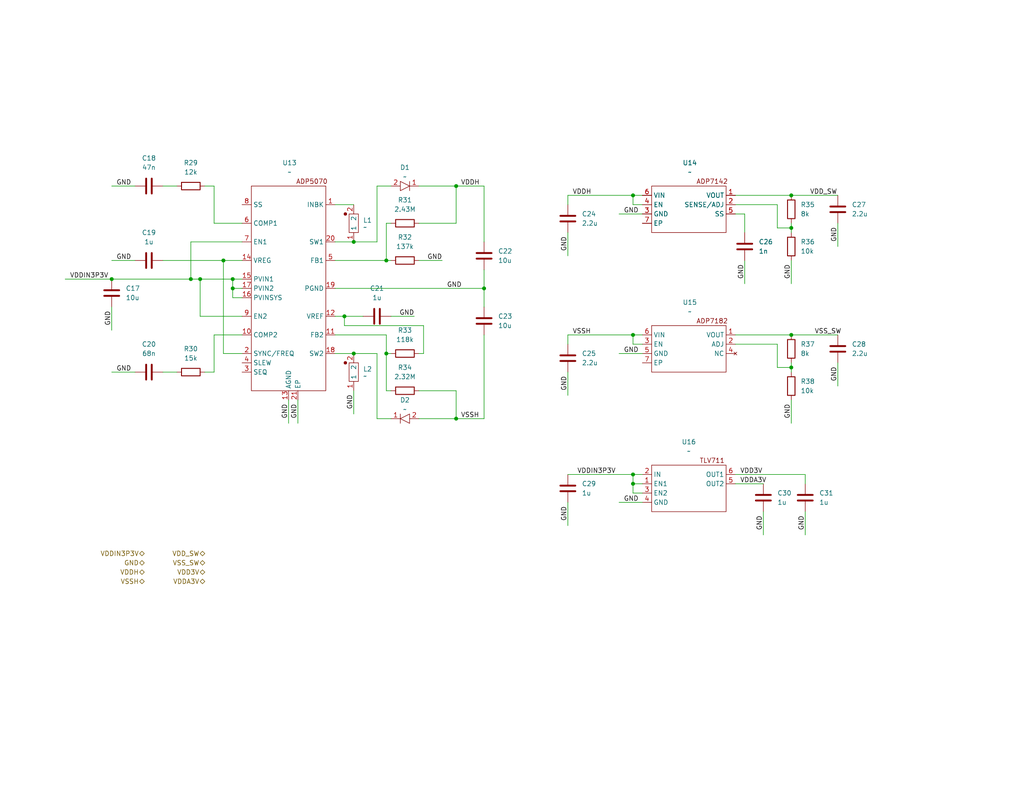
<source format=kicad_sch>
(kicad_sch (version 20231120) (generator "eeschema") (generator_version "8.0")
  (paper "USLetter")
  (title_block (title "wari_v1") (date "2024-04-12") (rev "1") (company "OpenIC LLC"))
  (lib_symbols
    (symbol "Device:C" (pin_numbers hide) (pin_names (offset 0.254))
      (property "Reference" "C" (at 0.635 2.54 0))
      (property "Value" "C" (at 0.635 -2.54 0))
      (symbol "C_0_1"
        (polyline (pts (xy -2.032 -0.762) (xy 2.032 -0.762)) (stroke (width 0.508)))
        (polyline (pts (xy -2.032 0.762) (xy 2.032 0.762)) (stroke (width 0.508)))
      )
      (symbol "C_1_1"
        (pin passive line (at 0 3.81 270) (length 2.794) (name "~") (number "1"))
        (pin passive line (at 0 -3.81 90) (length 2.794) (name "~") (number "2"))
      )
    )
    (symbol "Device:R" (pin_numbers hide) (pin_names (offset 0))
      (property "Reference" "R" (at 2.032 0 90))
      (property "Value" "R" (at 0 0 90))
      (symbol "R_0_1"
        (rectangle (start -1.016 -2.54) (end 1.016 2.54) (stroke (width 0.254)))
      )
      (symbol "R_1_1"
        (pin passive line (at 0 3.81 270) (length 1.27) (name "~") (number "1"))
        (pin passive line (at 0 -3.81 90) (length 1.27) (name "~") (number "2"))
      )
    )
    (symbol "openic:ADP5070"
      (property "Reference" "U" (at -8.89 29.21 0))
      (symbol "ADP5070_0_1"
        (rectangle (start -10.16 27.94) (end 10.16 -27.94))
      )
      (symbol "ADP5070_1_1"
        (text "ADP5070" (at 6.35 29.21 0) (effects (font (size 1.27 1.27))))
        (pin bidirectional line (at 12.7 22.86 180) (length 2.54) (name "INBK") (number "1"))
        (pin bidirectional line (at -12.7 -12.7 0) (length 2.54) (name "COMP2") (number "10"))
        (pin bidirectional line (at 12.7 -12.7 180) (length 2.54) (name "FB2") (number "11"))
        (pin bidirectional line (at 12.7 -7.62 180) (length 2.54) (name "VREF") (number "12"))
        (pin power_in line (at 0 -30.48 90) (length 2.54) (name "AGND") (number "13"))
        (pin bidirectional line (at -12.7 7.62 0) (length 2.54) (name "VREG") (number "14"))
        (pin power_in line (at -12.7 2.54 0) (length 2.54) (name "PVIN1") (number "15"))
        (pin power_in line (at -12.7 -2.54 0) (length 2.54) (name "PVINSYS") (number "16"))
        (pin power_in line (at -12.7 0 0) (length 2.54) (name "PVIN2") (number "17"))
        (pin power_out line (at 12.7 -17.78 180) (length 2.54) (name "SW2") (number "18"))
        (pin power_in line (at 12.7 0 180) (length 2.54) (name "PGND") (number "19"))
        (pin input line (at -12.7 -17.78 0) (length 2.54) (name "SYNC/FREQ") (number "2"))
        (pin power_out line (at 12.7 12.7 180) (length 2.54) (name "SW1") (number "20"))
        (pin power_in line (at 2.54 -30.48 90) (length 2.54) (name "EP") (number "21"))
        (pin input line (at -12.7 -22.86 0) (length 2.54) (name "SEQ") (number "3"))
        (pin input line (at -12.7 -20.32 0) (length 2.54) (name "SLEW") (number "4"))
        (pin bidirectional line (at 12.7 7.62 180) (length 2.54) (name "FB1") (number "5"))
        (pin bidirectional line (at -12.7 17.78 0) (length 2.54) (name "COMP1") (number "6"))
        (pin input line (at -12.7 12.7 0) (length 2.54) (name "EN1") (number "7"))
        (pin input line (at -12.7 22.86 0) (length 2.54) (name "SS") (number "8"))
        (pin input line (at -12.7 -7.62 0) (length 2.54) (name "EN2") (number "9"))
      )
    )
    (symbol "openic:ADP7142"
      (property "Reference" "U" (at -8.89 6.35 0))
      (symbol "ADP7142_0_1"
        (rectangle (start -10.16 5.08) (end 10.16 -7.62))
      )
      (symbol "ADP7142_1_1"
        (text "ADP7142" (at 6.35 6.35 0) (effects (font (size 1.27 1.27))))
        (pin power_out line (at 12.7 2.54 180) (length 2.54) (name "VOUT") (number "1"))
        (pin bidirectional line (at 12.7 0 180) (length 2.54) (name "SENSE/ADJ") (number "2"))
        (pin power_in line (at -12.7 -2.54 0) (length 2.54) (name "GND") (number "3"))
        (pin input line (at -12.7 0 0) (length 2.54) (name "EN") (number "4"))
        (pin bidirectional line (at 12.7 -2.54 180) (length 2.54) (name "SS") (number "5"))
        (pin power_in line (at -12.7 2.54 0) (length 2.54) (name "VIN") (number "6"))
        (pin power_in line (at -12.7 -5.08 0) (length 2.54) (name "EP") (number "7"))
      )
    )
    (symbol "openic:ADP7182"
      (property "Reference" "U" (at -8.89 6.35 0))
      (symbol "ADP7182_0_1"
        (rectangle (start -10.16 5.08) (end 10.16 -7.62))
      )
      (symbol "ADP7182_1_1"
        (text "ADP7182" (at 6.35 6.35 0) (effects (font (size 1.27 1.27))))
        (pin power_out line (at 12.7 2.54 180) (length 2.54) (name "VOUT") (number "1"))
        (pin bidirectional line (at 12.7 0 180) (length 2.54) (name "ADJ") (number "2"))
        (pin input line (at -12.7 0 0) (length 2.54) (name "EN") (number "3"))
        (pin no_connect line (at 12.7 -2.54 180) (length 2.54) (name "NC") (number "4"))
        (pin power_in line (at -12.7 -2.54 0) (length 2.54) (name "GND") (number "5"))
        (pin power_in line (at -12.7 2.54 0) (length 2.54) (name "VIN") (number "6"))
        (pin power_in line (at -12.7 -5.08 0) (length 2.54) (name "EP") (number "7"))
      )
    )
    (symbol "openic:DIODE-SDM05U20CSP"
      (property "Reference" "D" (at 0 2.54 0))
      (symbol "DIODE-SDM05U20CSP_0_1"
        (polyline (pts (xy 1.27 1.27) (xy 1.27 -1.27)))
        (polyline (pts (xy -1.27 1.27) (xy -1.27 -1.27) (xy 1.27 0) (xy -1.27 1.27)))
      )
      (symbol "DIODE-SDM05U20CSP_1_1"
        (pin passive line (at 3.81 0 180) (length 2.54) (name "") (number "1"))
        (pin passive line (at -3.81 0 0) (length 2.54) (name "") (number "2"))
      )
    )
    (symbol "openic:IND-XFL2006"
      (property "Reference" "L" (at -1.27 2.54 0))
      (symbol "IND-XFL2006_0_1"
        (rectangle (start -2.54 1.27) (end 2.54 -1.27))
        (circle (center 2.54 2.286) (radius 0.381) (fill (type color) (color 132 0 0 1)))
      )
      (symbol "IND-XFL2006_1_1"
        (pin passive line (at -5.08 0 0) (length 2.54) (name "1") (number "1"))
        (pin passive line (at 5.08 0 180) (length 2.54) (name "2") (number "2"))
      )
    )
    (symbol "openic:TLV711"
      (property "Reference" "U" (at -8.89 6.35 0))
      (symbol "TLV711_0_1"
        (rectangle (start -10.16 5.08) (end 10.16 -7.62))
      )
      (symbol "TLV711_1_1"
        (text "TLV711" (at 6.35 6.35 0) (effects (font (size 1.27 1.27))))
        (pin input line (at -12.7 0 0) (length 2.54) (name "EN1") (number "1"))
        (pin power_in line (at -12.7 2.54 0) (length 2.54) (name "IN") (number "2"))
        (pin input line (at -12.7 -2.54 0) (length 2.54) (name "EN2") (number "3"))
        (pin power_in line (at -12.7 -5.08 0) (length 2.54) (name "GND") (number "4"))
        (pin power_out line (at 12.7 0 180) (length 2.54) (name "OUT2") (number "5"))
        (pin power_out line (at 12.7 2.54 180) (length 2.54) (name "OUT1") (number "6"))
      )
    )
  )
  (junction (at 172.72 129.54))
  (junction (at 96.52 66.04))
  (junction (at 215.9 100.33))
  (junction (at 172.72 53.34))
  (junction (at 215.9 62.23))
  (junction (at 63.5 76.2))
  (junction (at 30.48 76.2))
  (junction (at 215.9 53.34))
  (junction (at 93.98 86.36))
  (junction (at 52.07 76.2))
  (junction (at 172.72 132.08))
  (junction (at 60.96 71.12))
  (junction (at 215.9 91.44))
  (junction (at 63.5 78.74))
  (junction (at 124.46 50.8))
  (junction (at 54.61 76.2))
  (junction (at 105.41 96.52))
  (junction (at 96.52 96.52))
  (junction (at 124.46 114.3))
  (junction (at 105.41 71.12))
  (junction (at 132.08 78.74))
  (junction (at 172.72 91.44))
  (wire (pts (xy 172.72 93.98) (xy 172.72 91.44)))
  (wire (pts (xy 96.52 66.04) (xy 102.87 66.04)))
  (wire (pts (xy 81.28 109.22) (xy 81.28 115.57)))
  (wire (pts (xy 175.26 93.98) (xy 172.72 93.98)))
  (wire (pts (xy 58.42 60.96) (xy 58.42 50.8)))
  (wire (pts (xy 54.61 76.2) (xy 63.5 76.2)))
  (wire (pts (xy 215.9 100.33) (xy 215.9 101.6)))
  (wire (pts (xy 63.5 81.28) (xy 63.5 78.74)))
  (wire (pts (xy 115.57 96.52) (xy 115.57 88.9)))
  (wire (pts (xy 154.94 129.54) (xy 172.72 129.54)))
  (wire (pts (xy 114.3 71.12) (xy 120.65 71.12)))
  (wire (pts (xy 132.08 50.8) (xy 132.08 66.04)))
  (wire (pts (xy 124.46 106.68) (xy 124.46 114.3)))
  (wire (pts (xy 44.45 101.6) (xy 48.26 101.6)))
  (wire (pts (xy 91.44 66.04) (xy 96.52 66.04)))
  (wire (pts (xy 93.98 88.9) (xy 93.98 86.36)))
  (wire (pts (xy 124.46 114.3) (xy 132.08 114.3)))
  (wire (pts (xy 175.26 132.08) (xy 172.72 132.08)))
  (wire (pts (xy 200.66 53.34) (xy 215.9 53.34)))
  (wire (pts (xy 58.42 91.44) (xy 66.04 91.44)))
  (wire (pts (xy 215.9 53.34) (xy 228.6 53.34)))
  (wire (pts (xy 212.09 62.23) (xy 215.9 62.23)))
  (wire (pts (xy 154.94 53.34) (xy 154.94 55.88)))
  (wire (pts (xy 115.57 88.9) (xy 93.98 88.9)))
  (wire (pts (xy 132.08 114.3) (xy 132.08 91.44)))
  (wire (pts (xy 63.5 78.74) (xy 63.5 76.2)))
  (wire (pts (xy 63.5 76.2) (xy 66.04 76.2)))
  (wire (pts (xy 172.72 134.62) (xy 172.72 132.08)))
  (wire (pts (xy 200.66 55.88) (xy 212.09 55.88)))
  (wire (pts (xy 219.71 139.7) (xy 219.71 146.05)))
  (wire (pts (xy 212.09 55.88) (xy 212.09 62.23)))
  (wire (pts (xy 105.41 96.52) (xy 106.68 96.52)))
  (wire (pts (xy 175.26 134.62) (xy 172.72 134.62)))
  (wire (pts (xy 175.26 58.42) (xy 168.91 58.42)))
  (wire (pts (xy 36.83 50.8) (xy 30.48 50.8)))
  (wire (pts (xy 52.07 66.04) (xy 52.07 76.2)))
  (wire (pts (xy 66.04 81.28) (xy 63.5 81.28)))
  (wire (pts (xy 30.48 83.82) (xy 30.48 90.17)))
  (wire (pts (xy 44.45 50.8) (xy 48.26 50.8)))
  (wire (pts (xy 154.94 91.44) (xy 154.94 93.98)))
  (wire (pts (xy 212.09 93.98) (xy 212.09 100.33)))
  (wire (pts (xy 203.2 63.5) (xy 203.2 58.42)))
  (wire (pts (xy 52.07 76.2) (xy 54.61 76.2)))
  (wire (pts (xy 106.68 86.36) (xy 113.03 86.36)))
  (wire (pts (xy 172.72 55.88) (xy 172.72 53.34)))
  (wire (pts (xy 96.52 96.52) (xy 102.87 96.52)))
  (wire (pts (xy 102.87 50.8) (xy 106.68 50.8)))
  (wire (pts (xy 200.66 129.54) (xy 219.71 129.54)))
  (wire (pts (xy 66.04 60.96) (xy 58.42 60.96)))
  (wire (pts (xy 105.41 60.96) (xy 105.41 71.12)))
  (wire (pts (xy 114.3 114.3) (xy 124.46 114.3)))
  (wire (pts (xy 203.2 71.12) (xy 203.2 77.47)))
  (wire (pts (xy 78.74 109.22) (xy 78.74 115.57)))
  (wire (pts (xy 215.9 60.96) (xy 215.9 62.23)))
  (wire (pts (xy 200.66 132.08) (xy 208.28 132.08)))
  (wire (pts (xy 105.41 96.52) (xy 105.41 106.68)))
  (wire (pts (xy 91.44 55.88) (xy 96.52 55.88)))
  (wire (pts (xy 91.44 71.12) (xy 105.41 71.12)))
  (wire (pts (xy 172.72 132.08) (xy 172.72 129.54)))
  (wire (pts (xy 105.41 71.12) (xy 106.68 71.12)))
  (wire (pts (xy 58.42 101.6) (xy 55.88 101.6)))
  (wire (pts (xy 114.3 60.96) (xy 124.46 60.96)))
  (wire (pts (xy 132.08 78.74) (xy 132.08 83.82)))
  (wire (pts (xy 36.83 71.12) (xy 30.48 71.12)))
  (wire (pts (xy 124.46 60.96) (xy 124.46 50.8)))
  (wire (pts (xy 36.83 101.6) (xy 30.48 101.6)))
  (wire (pts (xy 91.44 96.52) (xy 96.52 96.52)))
  (wire (pts (xy 154.94 101.6) (xy 154.94 107.95)))
  (wire (pts (xy 44.45 71.12) (xy 60.96 71.12)))
  (wire (pts (xy 154.94 63.5) (xy 154.94 69.85)))
  (wire (pts (xy 66.04 96.52) (xy 60.96 96.52)))
  (wire (pts (xy 200.66 91.44) (xy 215.9 91.44)))
  (wire (pts (xy 114.3 50.8) (xy 124.46 50.8)))
  (wire (pts (xy 175.26 137.16) (xy 168.91 137.16)))
  (wire (pts (xy 91.44 78.74) (xy 132.08 78.74)))
  (wire (pts (xy 66.04 66.04) (xy 52.07 66.04)))
  (wire (pts (xy 66.04 86.36) (xy 54.61 86.36)))
  (wire (pts (xy 215.9 99.06) (xy 215.9 100.33)))
  (wire (pts (xy 60.96 71.12) (xy 66.04 71.12)))
  (wire (pts (xy 106.68 60.96) (xy 105.41 60.96)))
  (wire (pts (xy 93.98 86.36) (xy 99.06 86.36)))
  (wire (pts (xy 172.72 53.34) (xy 175.26 53.34)))
  (wire (pts (xy 219.71 129.54) (xy 219.71 132.08)))
  (wire (pts (xy 58.42 50.8) (xy 55.88 50.8)))
  (wire (pts (xy 172.72 91.44) (xy 175.26 91.44)))
  (wire (pts (xy 228.6 99.06) (xy 228.6 105.41)))
  (wire (pts (xy 102.87 66.04) (xy 102.87 50.8)))
  (wire (pts (xy 172.72 129.54) (xy 175.26 129.54)))
  (wire (pts (xy 175.26 55.88) (xy 172.72 55.88)))
  (wire (pts (xy 114.3 96.52) (xy 115.57 96.52)))
  (wire (pts (xy 154.94 53.34) (xy 172.72 53.34)))
  (wire (pts (xy 154.94 137.16) (xy 154.94 143.51)))
  (wire (pts (xy 124.46 50.8) (xy 132.08 50.8)))
  (wire (pts (xy 215.9 91.44) (xy 228.6 91.44)))
  (wire (pts (xy 175.26 96.52) (xy 168.91 96.52)))
  (wire (pts (xy 215.9 62.23) (xy 215.9 63.5)))
  (wire (pts (xy 60.96 96.52) (xy 60.96 71.12)))
  (wire (pts (xy 203.2 58.42) (xy 200.66 58.42)))
  (wire (pts (xy 154.94 91.44) (xy 172.72 91.44)))
  (wire (pts (xy 91.44 86.36) (xy 93.98 86.36)))
  (wire (pts (xy 114.3 106.68) (xy 124.46 106.68)))
  (wire (pts (xy 106.68 106.68) (xy 105.41 106.68)))
  (wire (pts (xy 132.08 73.66) (xy 132.08 78.74)))
  (wire (pts (xy 54.61 86.36) (xy 54.61 76.2)))
  (wire (pts (xy 30.48 76.2) (xy 52.07 76.2)))
  (wire (pts (xy 96.52 106.68) (xy 96.52 113.03)))
  (wire (pts (xy 102.87 114.3) (xy 102.87 96.52)))
  (wire (pts (xy 91.44 91.44) (xy 105.41 91.44)))
  (wire (pts (xy 215.9 109.22) (xy 215.9 115.57)))
  (wire (pts (xy 58.42 101.6) (xy 58.42 91.44)))
  (wire (pts (xy 102.87 114.3) (xy 106.68 114.3)))
  (wire (pts (xy 66.04 78.74) (xy 63.5 78.74)))
  (wire (pts (xy 215.9 71.12) (xy 215.9 77.47)))
  (wire (pts (xy 212.09 100.33) (xy 215.9 100.33)))
  (wire (pts (xy 17.78 76.2) (xy 30.48 76.2)))
  (wire (pts (xy 105.41 91.44) (xy 105.41 96.52)))
  (wire (pts (xy 208.28 139.7) (xy 208.28 146.05)))
  (wire (pts (xy 200.66 93.98) (xy 212.09 93.98)))
  (wire (pts (xy 228.6 60.96) (xy 228.6 67.31)))
  (label "GND" (at 203.2 76.2 90))
  (label "VDD3V" (at 201.93 129.54 0))
  (label "VSSH" (at 156.21 91.44 0))
  (label "GND" (at 154.94 68.58 90))
  (label "GND" (at 215.9 76.2 90))
  (label "GND" (at 31.75 50.8 0))
  (label "GND" (at 30.48 88.9 90))
  (label "VSS_SW" (at 222.25 91.44 0))
  (label "VDDH" (at 125.73 50.8 0))
  (label "GND" (at 96.52 111.76 90))
  (label "VDD_SW" (at 220.98 53.34 0))
  (label "VDDH" (at 156.21 53.34 0))
  (label "GND" (at 154.94 106.68 90))
  (label "GND" (at 121.92 78.74 0))
  (label "VDDIN3P3V" (at 19.05 76.2 0))
  (label "GND" (at 120.65 71.12 180))
  (label "GND" (at 215.9 114.3 90))
  (label "GND" (at 228.6 104.14 90))
  (label "VDDA3V" (at 201.93 132.08 0))
  (label "VSSH" (at 125.73 114.3 0))
  (label "GND" (at 31.75 101.6 0))
  (label "GND" (at 170.18 58.42 0))
  (label "GND" (at 31.75 71.12 0))
  (label "GND" (at 228.6 66.04 90))
  (label "GND" (at 208.28 144.78 90))
  (label "GND" (at 81.28 114.3 90))
  (label "GND" (at 170.18 137.16 0))
  (label "GND" (at 78.74 114.3 90))
  (label "GND" (at 154.94 142.24 90))
  (label "GND" (at 170.18 96.52 0))
  (label "VDDIN3P3V" (at 157.48 129.54 0))
  (label "GND" (at 219.71 144.78 90))
  (label "GND" (at 113.03 86.36 180))
  (hierarchical_label "VSS_SW" (shape bidirectional) (at 55.88 153.67 180))
  (hierarchical_label "VSSH" (shape bidirectional) (at 39.37 158.75 180))
  (hierarchical_label "VDDA3V" (shape bidirectional) (at 55.88 158.75 180))
  (hierarchical_label "GND" (shape bidirectional) (at 39.37 153.67 180))
  (hierarchical_label "VDDIN3P3V" (shape bidirectional) (at 39.37 151.13 180))
  (hierarchical_label "VDD3V" (shape bidirectional) (at 55.88 156.21 180))
  (hierarchical_label "VDDH" (shape bidirectional) (at 39.37 156.21 180))
  (hierarchical_label "VDD_SW" (shape bidirectional) (at 55.88 151.13 180))
  (symbol (lib_id "Device:R") (at 215.9 67.31 0) (unit 1)
    (property "Reference" "R36" (at 218.44 66.0399 0) (effects (justify left)))
    (property "Value" "10k" (at 218.44 68.5799 0) (effects (justify left)))
    (property "Footprint" "Resistor_SMD:R_0201_0603Metric" (effects (hide yes)))
    (property "Description" "Resistor" (effects (hide yes)))
  )
  (symbol (lib_id "openic:TLV711") (at 187.96 132.08 0) (unit 1)
    (property "Reference" "U16" (at 187.96 120.65 0))
    (property "Value" "~" (at 187.96 123.19 0))
    (property "Footprint" "openic:WSON-6_1.5mmx1.5mm_P0.5mm" (effects (hide yes)))
    (property "Description" "Dual, 200mA, Low-IQ Low-Dropout Regulator for Portable Devices" (effects (hide yes)))
  )
  (symbol (lib_id "Device:R") (at 215.9 57.15 0) (unit 1)
    (property "Reference" "R35" (at 218.44 55.8799 0) (effects (justify left)))
    (property "Value" "8k" (at 218.44 58.4199 0) (effects (justify left)))
    (property "Footprint" "Resistor_SMD:R_0201_0603Metric" (effects (hide yes)))
    (property "Description" "Resistor" (effects (hide yes)))
  )
  (symbol (lib_id "Device:C") (at 132.08 87.63 0) (unit 1)
    (property "Reference" "C23" (at 135.89 86.3599 0) (effects (justify left)))
    (property "Value" "10u" (at 135.89 88.8999 0) (effects (justify left)))
    (property "Footprint" "Capacitor_SMD:C_0603_1608Metric" (effects (hide yes)))
    (property "Description" "Unpolarized capacitor" (effects (hide yes)))
  )
  (symbol (lib_id "openic:DIODE-SDM05U20CSP") (at 110.49 114.3 180) (unit 1)
    (property "Reference" "D2" (at 110.49 109.22 0))
    (property "Value" "~" (at 110.49 111.76 0))
    (property "Footprint" "openic:X3-WLB1006-2" (effects (hide yes)))
  )
  (symbol (lib_id "openic:IND-XFL2006") (at 96.52 101.6 90) (unit 1)
    (property "Reference" "L2" (at 99.06 100.7744 90) (effects (justify right)))
    (property "Value" "~" (at 99.06 102.6795 90) (effects (justify right)))
    (property "Footprint" "openic:SMD-0808" (effects (hide yes)))
  )
  (symbol (lib_id "Device:C") (at 30.48 80.01 0) (unit 1)
    (property "Reference" "C17" (at 34.29 78.7399 0) (effects (justify left)))
    (property "Value" "10u" (at 34.29 81.2799 0) (effects (justify left)))
    (property "Footprint" "Capacitor_SMD:C_0603_1608Metric" (effects (hide yes)))
    (property "Description" "Unpolarized capacitor" (effects (hide yes)))
  )
  (symbol (lib_id "Device:R") (at 52.07 50.8 90) (unit 1)
    (property "Reference" "R29" (at 52.07 44.45 90))
    (property "Value" "12k" (at 52.07 46.99 90))
    (property "Footprint" "Resistor_SMD:R_0201_0603Metric" (effects (hide yes)))
    (property "Description" "Resistor" (effects (hide yes)))
  )
  (symbol (lib_id "Device:C") (at 40.64 101.6 90) (unit 1)
    (property "Reference" "C20" (at 40.64 93.98 90))
    (property "Value" "68n" (at 40.64 96.52 90))
    (property "Footprint" "Capacitor_SMD:C_0201_0603Metric" (effects (hide yes)))
    (property "Description" "Unpolarized capacitor" (effects (hide yes)))
  )
  (symbol (lib_id "Device:R") (at 110.49 60.96 90) (unit 1)
    (property "Reference" "R31" (at 110.49 54.61 90))
    (property "Value" "2.43M" (at 110.49 57.15 90))
    (property "Footprint" "Resistor_SMD:R_0201_0603Metric" (effects (hide yes)))
    (property "Description" "Resistor" (effects (hide yes)))
  )
  (symbol (lib_id "Device:R") (at 52.07 101.6 90) (unit 1)
    (property "Reference" "R30" (at 52.07 95.25 90))
    (property "Value" "15k" (at 52.07 97.79 90))
    (property "Footprint" "Resistor_SMD:R_0201_0603Metric" (effects (hide yes)))
    (property "Description" "Resistor" (effects (hide yes)))
  )
  (symbol (lib_id "openic:ADP7182") (at 187.96 93.98 0) (unit 1)
    (property "Reference" "U15" (at 188.2272 82.55 0))
    (property "Value" "~" (at 188.2272 85.09 0))
    (property "Footprint" "openic:LFCSP-6-1EP_2mmx2mm_P0.65mm_EP1.6mmx1mm" (effects (hide yes)))
    (property "Description" "–28 V, −200 mA, Low Noise, Linear Regulator" (effects (hide yes)))
  )
  (symbol (lib_id "Device:C") (at 154.94 97.79 0) (unit 1)
    (property "Reference" "C25" (at 158.75 96.5199 0) (effects (justify left)))
    (property "Value" "2.2u" (at 158.75 99.0599 0) (effects (justify left)))
    (property "Footprint" "Capacitor_SMD:C_0201_0603Metric" (effects (hide yes)))
    (property "Description" "Unpolarized capacitor" (effects (hide yes)))
  )
  (symbol (lib_id "Device:C") (at 228.6 57.15 0) (unit 1)
    (property "Reference" "C27" (at 232.41 55.8799 0) (effects (justify left)))
    (property "Value" "2.2u" (at 232.41 58.4199 0) (effects (justify left)))
    (property "Footprint" "Capacitor_SMD:C_0201_0603Metric" (effects (hide yes)))
    (property "Description" "Unpolarized capacitor" (effects (hide yes)))
  )
  (symbol (lib_id "Device:C") (at 208.28 135.89 0) (unit 1)
    (property "Reference" "C30" (at 212.09 134.6199 0) (effects (justify left)))
    (property "Value" "1u" (at 212.09 137.1599 0) (effects (justify left)))
    (property "Footprint" "Capacitor_SMD:C_0201_0603Metric" (effects (hide yes)))
    (property "Description" "Unpolarized capacitor" (effects (hide yes)))
  )
  (symbol (lib_id "Device:C") (at 154.94 59.69 0) (unit 1)
    (property "Reference" "C24" (at 158.75 58.4199 0) (effects (justify left)))
    (property "Value" "2.2u" (at 158.75 60.9599 0) (effects (justify left)))
    (property "Footprint" "Capacitor_SMD:C_0201_0603Metric" (effects (hide yes)))
    (property "Description" "Unpolarized capacitor" (effects (hide yes)))
  )
  (symbol (lib_id "Device:C") (at 40.64 50.8 90) (unit 1)
    (property "Reference" "C18" (at 40.64 43.18 90))
    (property "Value" "47n" (at 40.64 45.72 90))
    (property "Footprint" "Capacitor_SMD:C_0201_0603Metric" (effects (hide yes)))
    (property "Description" "Unpolarized capacitor" (effects (hide yes)))
  )
  (symbol (lib_id "Device:C") (at 228.6 95.25 0) (unit 1)
    (property "Reference" "C28" (at 232.41 93.9799 0) (effects (justify left)))
    (property "Value" "2.2u" (at 232.41 96.5199 0) (effects (justify left)))
    (property "Footprint" "Capacitor_SMD:C_0201_0603Metric" (effects (hide yes)))
    (property "Description" "Unpolarized capacitor" (effects (hide yes)))
  )
  (symbol (lib_id "openic:IND-XFL2006") (at 96.52 60.96 90) (unit 1)
    (property "Reference" "L1" (at 99.06 60.1344 90) (effects (justify right)))
    (property "Value" "~" (at 99.06 62.0395 90) (effects (justify right)))
    (property "Footprint" "openic:SMD-0808" (effects (hide yes)))
  )
  (symbol (lib_id "openic:ADP7142") (at 187.96 55.88 0) (unit 1)
    (property "Reference" "U14" (at 188.2272 44.45 0))
    (property "Value" "~" (at 188.2272 46.99 0))
    (property "Footprint" "openic:LFCSP-6-1EP_2mmx2mm_P0.65mm_EP1.6mmx1mm" (effects (hide yes)))
    (property "Description" "40 V, 200 mA, Low Noise, CMOS LDO Linear Regulator" (effects (hide yes)))
  )
  (symbol (lib_id "Device:R") (at 110.49 96.52 270) (unit 1)
    (property "Reference" "R33" (at 110.49 90.17 90))
    (property "Value" "118k" (at 110.49 92.71 90))
    (property "Footprint" "Resistor_SMD:R_0201_0603Metric" (effects (hide yes)))
    (property "Description" "Resistor" (effects (hide yes)))
  )
  (symbol (lib_id "Device:C") (at 102.87 86.36 90) (unit 1)
    (property "Reference" "C21" (at 102.87 78.74 90))
    (property "Value" "1u" (at 102.87 81.28 90))
    (property "Footprint" "Capacitor_SMD:C_0201_0603Metric" (effects (hide yes)))
    (property "Description" "Unpolarized capacitor" (effects (hide yes)))
  )
  (symbol (lib_id "Device:R") (at 215.9 105.41 0) (unit 1)
    (property "Reference" "R38" (at 218.44 104.1399 0) (effects (justify left)))
    (property "Value" "10k" (at 218.44 106.6799 0) (effects (justify left)))
    (property "Footprint" "Resistor_SMD:R_0201_0603Metric" (effects (hide yes)))
    (property "Description" "Resistor" (effects (hide yes)))
  )
  (symbol (lib_id "Device:R") (at 110.49 71.12 90) (unit 1)
    (property "Reference" "R32" (at 110.49 64.77 90))
    (property "Value" "137k" (at 110.49 67.31 90))
    (property "Footprint" "Resistor_SMD:R_0201_0603Metric" (effects (hide yes)))
    (property "Description" "Resistor" (effects (hide yes)))
  )
  (symbol (lib_id "Device:C") (at 132.08 69.85 0) (unit 1)
    (property "Reference" "C22" (at 135.89 68.5799 0) (effects (justify left)))
    (property "Value" "10u" (at 135.89 71.1199 0) (effects (justify left)))
    (property "Footprint" "Capacitor_SMD:C_0603_1608Metric" (effects (hide yes)))
    (property "Description" "Unpolarized capacitor" (effects (hide yes)))
  )
  (symbol (lib_id "Device:C") (at 154.94 133.35 0) (unit 1)
    (property "Reference" "C29" (at 158.75 132.0799 0) (effects (justify left)))
    (property "Value" "1u" (at 158.75 134.6199 0) (effects (justify left)))
    (property "Footprint" "Capacitor_SMD:C_0201_0603Metric" (effects (hide yes)))
    (property "Description" "Unpolarized capacitor" (effects (hide yes)))
  )
  (symbol (lib_id "Device:R") (at 215.9 95.25 0) (unit 1)
    (property "Reference" "R37" (at 218.44 93.9799 0) (effects (justify left)))
    (property "Value" "8k" (at 218.44 96.5199 0) (effects (justify left)))
    (property "Footprint" "Resistor_SMD:R_0201_0603Metric" (effects (hide yes)))
    (property "Description" "Resistor" (effects (hide yes)))
  )
  (symbol (lib_id "Device:C") (at 219.71 135.89 0) (unit 1)
    (property "Reference" "C31" (at 223.52 134.6199 0) (effects (justify left)))
    (property "Value" "1u" (at 223.52 137.1599 0) (effects (justify left)))
    (property "Footprint" "Capacitor_SMD:C_0201_0603Metric" (effects (hide yes)))
    (property "Description" "Unpolarized capacitor" (effects (hide yes)))
  )
  (symbol (lib_id "Device:C") (at 203.2 67.31 0) (unit 1)
    (property "Reference" "C26" (at 207.01 66.0399 0) (effects (justify left)))
    (property "Value" "1n" (at 207.01 68.5799 0) (effects (justify left)))
    (property "Footprint" "Capacitor_SMD:C_0201_0603Metric" (effects (hide yes)))
    (property "Description" "Unpolarized capacitor" (effects (hide yes)))
  )
  (symbol (lib_id "openic:ADP5070") (at 78.74 78.74 0) (unit 1)
    (property "Reference" "U13" (at 79.0072 44.45 0))
    (property "Value" "~" (at 79.0072 46.99 0))
    (property "Footprint" "openic:LFCSP-20-1EP_4mmx4mm_P0.5mm_EP2.6mm" (effects (hide yes)))
    (property "Description" "DC-to-DC Switching Regulator with Independent Positive and Negative Outputs" (effects (hide yes)))
  )
  (symbol (lib_id "openic:DIODE-SDM05U20CSP") (at 110.49 50.8 0) (unit 1)
    (property "Reference" "D1" (at 110.49 45.72 0))
    (property "Value" "~" (at 110.49 48.26 0))
    (property "Footprint" "openic:X3-WLB1006-2" (effects (hide yes)))
  )
  (symbol (lib_id "Device:C") (at 40.64 71.12 90) (unit 1)
    (property "Reference" "C19" (at 40.64 63.5 90))
    (property "Value" "1u" (at 40.64 66.04 90))
    (property "Footprint" "Capacitor_SMD:C_0201_0603Metric" (effects (hide yes)))
    (property "Description" "Unpolarized capacitor" (effects (hide yes)))
  )
  (symbol (lib_id "Device:R") (at 110.49 106.68 90) (unit 1)
    (property "Reference" "R34" (at 110.49 100.33 90))
    (property "Value" "2.32M" (at 110.49 102.87 90))
    (property "Footprint" "Resistor_SMD:R_0201_0603Metric" (effects (hide yes)))
    (property "Description" "Resistor" (effects (hide yes)))
  )
)
</source>
